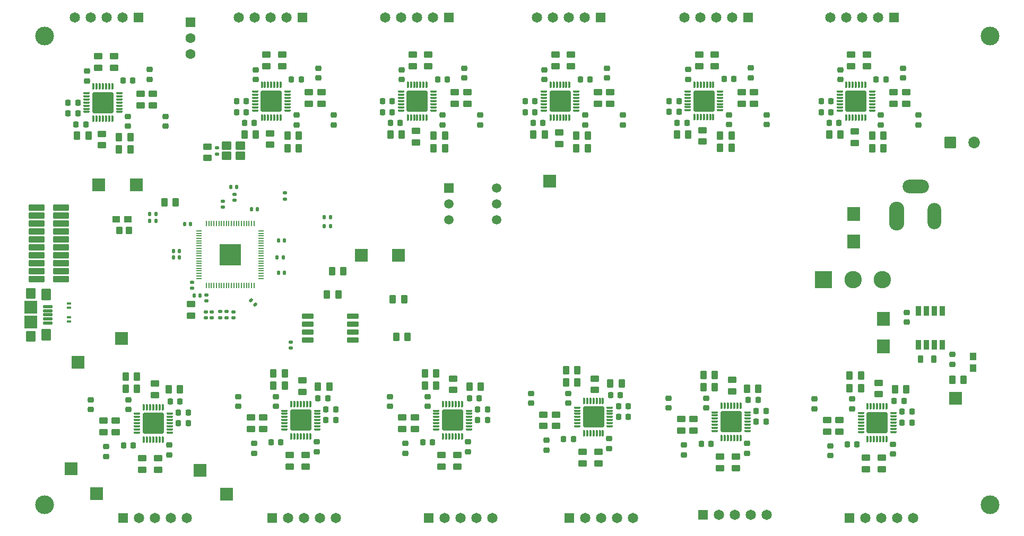
<source format=gts>
G04 #@! TF.GenerationSoftware,KiCad,Pcbnew,9.0.1*
G04 #@! TF.CreationDate,2025-05-20T14:35:32+01:00*
G04 #@! TF.ProjectId,DST,4453542e-6b69-4636-9164-5f7063625858,rev?*
G04 #@! TF.SameCoordinates,Original*
G04 #@! TF.FileFunction,Soldermask,Top*
G04 #@! TF.FilePolarity,Negative*
%FSLAX46Y46*%
G04 Gerber Fmt 4.6, Leading zero omitted, Abs format (unit mm)*
G04 Created by KiCad (PCBNEW 9.0.1) date 2025-05-20 14:35:32*
%MOMM*%
%LPD*%
G01*
G04 APERTURE LIST*
G04 Aperture macros list*
%AMRoundRect*
0 Rectangle with rounded corners*
0 $1 Rounding radius*
0 $2 $3 $4 $5 $6 $7 $8 $9 X,Y pos of 4 corners*
0 Add a 4 corners polygon primitive as box body*
4,1,4,$2,$3,$4,$5,$6,$7,$8,$9,$2,$3,0*
0 Add four circle primitives for the rounded corners*
1,1,$1+$1,$2,$3*
1,1,$1+$1,$4,$5*
1,1,$1+$1,$6,$7*
1,1,$1+$1,$8,$9*
0 Add four rect primitives between the rounded corners*
20,1,$1+$1,$2,$3,$4,$5,0*
20,1,$1+$1,$4,$5,$6,$7,0*
20,1,$1+$1,$6,$7,$8,$9,0*
20,1,$1+$1,$8,$9,$2,$3,0*%
G04 Aperture macros list end*
%ADD10RoundRect,0.225000X-0.250000X0.225000X-0.250000X-0.225000X0.250000X-0.225000X0.250000X0.225000X0*%
%ADD11RoundRect,0.250000X0.450000X-0.262500X0.450000X0.262500X-0.450000X0.262500X-0.450000X-0.262500X0*%
%ADD12RoundRect,0.250000X-0.450000X0.262500X-0.450000X-0.262500X0.450000X-0.262500X0.450000X0.262500X0*%
%ADD13RoundRect,0.250000X0.262500X0.450000X-0.262500X0.450000X-0.262500X-0.450000X0.262500X-0.450000X0*%
%ADD14RoundRect,0.140000X0.140000X0.170000X-0.140000X0.170000X-0.140000X-0.170000X0.140000X-0.170000X0*%
%ADD15RoundRect,0.050000X-0.450000X-0.127000X0.450000X-0.127000X0.450000X0.127000X-0.450000X0.127000X0*%
%ADD16RoundRect,0.050000X-0.127000X-0.450000X0.127000X-0.450000X0.127000X0.450000X-0.127000X0.450000X0*%
%ADD17RoundRect,0.102000X-1.550000X-1.550000X1.550000X-1.550000X1.550000X1.550000X-1.550000X1.550000X0*%
%ADD18RoundRect,0.135000X-0.185000X0.135000X-0.185000X-0.135000X0.185000X-0.135000X0.185000X0.135000X0*%
%ADD19RoundRect,0.225000X0.225000X0.250000X-0.225000X0.250000X-0.225000X-0.250000X0.225000X-0.250000X0*%
%ADD20C,3.000000*%
%ADD21RoundRect,0.225000X0.250000X-0.225000X0.250000X0.225000X-0.250000X0.225000X-0.250000X-0.225000X0*%
%ADD22R,2.150000X2.200000*%
%ADD23RoundRect,0.225000X-0.225000X-0.250000X0.225000X-0.250000X0.225000X0.250000X-0.225000X0.250000X0*%
%ADD24RoundRect,0.050000X0.350000X0.050000X-0.350000X0.050000X-0.350000X-0.050000X0.350000X-0.050000X0*%
%ADD25RoundRect,0.050000X0.050000X0.350000X-0.050000X0.350000X-0.050000X-0.350000X0.050000X-0.350000X0*%
%ADD26R,3.400000X3.400000*%
%ADD27RoundRect,0.140000X-0.170000X0.140000X-0.170000X-0.140000X0.170000X-0.140000X0.170000X0.140000X0*%
%ADD28R,1.650000X1.650000*%
%ADD29C,1.650000*%
%ADD30RoundRect,0.250000X-0.262500X-0.450000X0.262500X-0.450000X0.262500X0.450000X-0.262500X0.450000X0*%
%ADD31RoundRect,0.140000X0.170000X-0.140000X0.170000X0.140000X-0.170000X0.140000X-0.170000X-0.140000X0*%
%ADD32RoundRect,0.050000X0.450000X0.127000X-0.450000X0.127000X-0.450000X-0.127000X0.450000X-0.127000X0*%
%ADD33RoundRect,0.050000X0.127000X0.450000X-0.127000X0.450000X-0.127000X-0.450000X0.127000X-0.450000X0*%
%ADD34RoundRect,0.102000X1.550000X1.550000X-1.550000X1.550000X-1.550000X-1.550000X1.550000X-1.550000X0*%
%ADD35RoundRect,0.218750X-0.218750X-0.381250X0.218750X-0.381250X0.218750X0.381250X-0.218750X0.381250X0*%
%ADD36RoundRect,0.140000X-0.140000X-0.170000X0.140000X-0.170000X0.140000X0.170000X-0.140000X0.170000X0*%
%ADD37R,1.200000X1.050000*%
%ADD38RoundRect,0.135000X-0.135000X-0.185000X0.135000X-0.185000X0.135000X0.185000X-0.135000X0.185000X0*%
%ADD39RoundRect,0.098000X0.809000X0.294000X-0.809000X0.294000X-0.809000X-0.294000X0.809000X-0.294000X0*%
%ADD40O,2.404000X4.604000*%
%ADD41O,2.204000X4.204000*%
%ADD42O,4.204000X2.204000*%
%ADD43RoundRect,0.135000X0.135000X0.185000X-0.135000X0.185000X-0.135000X-0.185000X0.135000X-0.185000X0*%
%ADD44R,2.000000X2.000000*%
%ADD45RoundRect,0.102000X0.700000X0.550000X-0.700000X0.550000X-0.700000X-0.550000X0.700000X-0.550000X0*%
%ADD46R,0.700000X0.400000*%
%ADD47R,1.050000X1.200000*%
%ADD48RoundRect,0.140000X0.219203X0.021213X0.021213X0.219203X-0.219203X-0.021213X-0.021213X-0.219203X0*%
%ADD49RoundRect,0.102000X-0.699000X0.699000X-0.699000X-0.699000X0.699000X-0.699000X0.699000X0.699000X0*%
%ADD50C,1.602000*%
%ADD51RoundRect,0.147500X0.172500X-0.147500X0.172500X0.147500X-0.172500X0.147500X-0.172500X-0.147500X0*%
%ADD52R,1.509000X1.509000*%
%ADD53C,1.509000*%
%ADD54RoundRect,0.102000X-1.200000X0.380000X-1.200000X-0.380000X1.200000X-0.380000X1.200000X0.380000X0*%
%ADD55RoundRect,0.050000X-0.675000X0.200000X-0.675000X-0.200000X0.675000X-0.200000X0.675000X0.200000X0*%
%ADD56RoundRect,0.102000X-0.700000X0.800000X-0.700000X-0.800000X0.700000X-0.800000X0.700000X0.800000X0*%
%ADD57RoundRect,0.102000X-0.650000X0.725000X-0.650000X-0.725000X0.650000X-0.725000X0.650000X0.725000X0*%
%ADD58RoundRect,0.102000X-0.950000X0.950000X-0.950000X-0.950000X0.950000X-0.950000X0.950000X0.950000X0*%
%ADD59RoundRect,0.102000X-0.400000X-0.500000X0.400000X-0.500000X0.400000X0.500000X-0.400000X0.500000X0*%
%ADD60RoundRect,0.102000X-0.825000X-0.825000X0.825000X-0.825000X0.825000X0.825000X-0.825000X0.825000X0*%
%ADD61C,1.854000*%
%ADD62RoundRect,0.102000X-0.300000X-0.700000X0.300000X-0.700000X0.300000X0.700000X-0.300000X0.700000X0*%
%ADD63R,2.775000X2.775000*%
%ADD64C,2.775000*%
%ADD65RoundRect,0.135000X0.185000X-0.135000X0.185000X0.135000X-0.185000X0.135000X-0.185000X-0.135000X0*%
G04 APERTURE END LIST*
D10*
G04 #@! TO.C,C67*
X210615000Y-59450000D03*
X210615000Y-61000000D03*
G04 #@! TD*
D11*
G04 #@! TO.C,R54*
X227200000Y-71412500D03*
X227200000Y-69587500D03*
G04 #@! TD*
D12*
G04 #@! TO.C,R112*
X115200000Y-63577500D03*
X115200000Y-65402500D03*
G04 #@! TD*
G04 #@! TO.C,R55*
X226615000Y-57337500D03*
X226615000Y-59162500D03*
G04 #@! TD*
G04 #@! TO.C,R96*
X165365000Y-63337500D03*
X165365000Y-65162500D03*
G04 #@! TD*
D13*
G04 #@! TO.C,R58*
X111612500Y-72490000D03*
X109787500Y-72490000D03*
G04 #@! TD*
D14*
G04 #@! TO.C,C107*
X131880000Y-82000000D03*
X130920000Y-82000000D03*
G04 #@! TD*
D13*
G04 #@! TO.C,R86*
X190000000Y-109900000D03*
X188175000Y-109900000D03*
G04 #@! TD*
D10*
G04 #@! TO.C,C6*
X117750000Y-119725000D03*
X117750000Y-121275000D03*
G04 #@! TD*
D15*
G04 #@! TO.C,U10*
X224775000Y-63250000D03*
X224775000Y-63750000D03*
X224775000Y-64250000D03*
X224775000Y-64750000D03*
X224775000Y-65250000D03*
X224775000Y-65750000D03*
X224775000Y-66250000D03*
D16*
X225865000Y-67340000D03*
X226365000Y-67340000D03*
X226865000Y-67340000D03*
X227365000Y-67340000D03*
X227865000Y-67340000D03*
X228365000Y-67340000D03*
X228865000Y-67340000D03*
D15*
X229955000Y-66250000D03*
X229955000Y-65750000D03*
X229955000Y-65250000D03*
X229955000Y-64750000D03*
X229955000Y-64250000D03*
X229955000Y-63750000D03*
X229955000Y-63250000D03*
D16*
X228865000Y-62160000D03*
X228365000Y-62160000D03*
X227865000Y-62160000D03*
X227365000Y-62160000D03*
X226865000Y-62160000D03*
X226365000Y-62160000D03*
X225865000Y-62160000D03*
D17*
X227365000Y-64750000D03*
G04 #@! TD*
D18*
G04 #@! TO.C,R67*
X126900000Y-98390000D03*
X126900000Y-99410000D03*
G04 #@! TD*
D19*
G04 #@! TO.C,C79*
X154640000Y-68250000D03*
X153090000Y-68250000D03*
G04 #@! TD*
D11*
G04 #@! TO.C,R52*
X222750000Y-117563500D03*
X222750000Y-115738500D03*
G04 #@! TD*
D12*
G04 #@! TO.C,R10*
X109250000Y-115837500D03*
X109250000Y-117662500D03*
G04 #@! TD*
D20*
G04 #@! TO.C,REF\u002A\u002A*
X97900000Y-129300000D03*
G04 #@! TD*
D21*
G04 #@! TO.C,C26*
X153000000Y-113525000D03*
X153000000Y-111975000D03*
G04 #@! TD*
D19*
G04 #@! TO.C,C17*
X135570000Y-119250000D03*
X134020000Y-119250000D03*
G04 #@! TD*
D21*
G04 #@! TO.C,C11*
X105250000Y-114025000D03*
X105250000Y-112475000D03*
G04 #@! TD*
D15*
G04 #@! TO.C,U13*
X154775000Y-63250000D03*
X154775000Y-63750000D03*
X154775000Y-64250000D03*
X154775000Y-64750000D03*
X154775000Y-65250000D03*
X154775000Y-65750000D03*
X154775000Y-66250000D03*
D16*
X155865000Y-67340000D03*
X156365000Y-67340000D03*
X156865000Y-67340000D03*
X157365000Y-67340000D03*
X157865000Y-67340000D03*
X158365000Y-67340000D03*
X158865000Y-67340000D03*
D15*
X159955000Y-66250000D03*
X159955000Y-65750000D03*
X159955000Y-65250000D03*
X159955000Y-64750000D03*
X159955000Y-64250000D03*
X159955000Y-63750000D03*
X159955000Y-63250000D03*
D16*
X158865000Y-62160000D03*
X158365000Y-62160000D03*
X157865000Y-62160000D03*
X157365000Y-62160000D03*
X156865000Y-62160000D03*
X156365000Y-62160000D03*
X155865000Y-62160000D03*
D17*
X157365000Y-64750000D03*
G04 #@! TD*
D22*
G04 #@! TO.C,D1*
X231750000Y-103950000D03*
X231750000Y-99550000D03*
G04 #@! TD*
D21*
G04 #@! TO.C,C19*
X131295000Y-121025000D03*
X131295000Y-119475000D03*
G04 #@! TD*
D10*
G04 #@! TO.C,C98*
X117200000Y-67215000D03*
X117200000Y-68765000D03*
G04 #@! TD*
D23*
G04 #@! TO.C,C73*
X183385000Y-61250000D03*
X184935000Y-61250000D03*
G04 #@! TD*
D24*
G04 #@! TO.C,U1*
X132462500Y-93087500D03*
X132462500Y-92687500D03*
X132462500Y-92287500D03*
X132462500Y-91887500D03*
X132462500Y-91487500D03*
X132462500Y-91087500D03*
X132462500Y-90687500D03*
X132462500Y-90287500D03*
X132462500Y-89887500D03*
X132462500Y-89487500D03*
X132462500Y-89087500D03*
X132462500Y-88687500D03*
X132462500Y-88287500D03*
X132462500Y-87887500D03*
X132462500Y-87487500D03*
X132462500Y-87087500D03*
X132462500Y-86687500D03*
X132462500Y-86287500D03*
X132462500Y-85887500D03*
X132462500Y-85487500D03*
D25*
X131312500Y-84337500D03*
X130912500Y-84337500D03*
X130512500Y-84337500D03*
X130112500Y-84337500D03*
X129712500Y-84337500D03*
X129312500Y-84337500D03*
X128912500Y-84337500D03*
X128512500Y-84337500D03*
X128112500Y-84337500D03*
X127712500Y-84337500D03*
X127312500Y-84337500D03*
X126912500Y-84337500D03*
X126512500Y-84337500D03*
X126112500Y-84337500D03*
X125712500Y-84337500D03*
X125312500Y-84337500D03*
X124912500Y-84337500D03*
X124512500Y-84337500D03*
X124112500Y-84337500D03*
X123712500Y-84337500D03*
D24*
X122562500Y-85487500D03*
X122562500Y-85887500D03*
X122562500Y-86287500D03*
X122562500Y-86687500D03*
X122562500Y-87087500D03*
X122562500Y-87487500D03*
X122562500Y-87887500D03*
X122562500Y-88287500D03*
X122562500Y-88687500D03*
X122562500Y-89087500D03*
X122562500Y-89487500D03*
X122562500Y-89887500D03*
X122562500Y-90287500D03*
X122562500Y-90687500D03*
X122562500Y-91087500D03*
X122562500Y-91487500D03*
X122562500Y-91887500D03*
X122562500Y-92287500D03*
X122562500Y-92687500D03*
X122562500Y-93087500D03*
D25*
X123712500Y-94237500D03*
X124112500Y-94237500D03*
X124512500Y-94237500D03*
X124912500Y-94237500D03*
X125312500Y-94237500D03*
X125712500Y-94237500D03*
X126112500Y-94237500D03*
X126512500Y-94237500D03*
X126912500Y-94237500D03*
X127312500Y-94237500D03*
X127712500Y-94237500D03*
X128112500Y-94237500D03*
X128512500Y-94237500D03*
X128912500Y-94237500D03*
X129312500Y-94237500D03*
X129712500Y-94237500D03*
X130112500Y-94237500D03*
X130512500Y-94237500D03*
X130912500Y-94237500D03*
X131312500Y-94237500D03*
D26*
X127512500Y-89287500D03*
G04 #@! TD*
D15*
G04 #@! TO.C,U12*
X177570000Y-63250000D03*
X177570000Y-63750000D03*
X177570000Y-64250000D03*
X177570000Y-64750000D03*
X177570000Y-65250000D03*
X177570000Y-65750000D03*
X177570000Y-66250000D03*
D16*
X178660000Y-67340000D03*
X179160000Y-67340000D03*
X179660000Y-67340000D03*
X180160000Y-67340000D03*
X180660000Y-67340000D03*
X181160000Y-67340000D03*
X181660000Y-67340000D03*
D15*
X182750000Y-66250000D03*
X182750000Y-65750000D03*
X182750000Y-65250000D03*
X182750000Y-64750000D03*
X182750000Y-64250000D03*
X182750000Y-63750000D03*
X182750000Y-63250000D03*
D16*
X181660000Y-62160000D03*
X181160000Y-62160000D03*
X180660000Y-62160000D03*
X180160000Y-62160000D03*
X179660000Y-62160000D03*
X179160000Y-62160000D03*
X178660000Y-62160000D03*
D17*
X180160000Y-64750000D03*
G04 #@! TD*
D27*
G04 #@! TO.C,C3*
X137200000Y-103240000D03*
X137200000Y-104200000D03*
G04 #@! TD*
D11*
G04 #@! TO.C,R25*
X161250000Y-123162500D03*
X161250000Y-121337500D03*
G04 #@! TD*
D13*
G04 #@! TO.C,R92*
X211800000Y-110700000D03*
X209975000Y-110700000D03*
G04 #@! TD*
D28*
G04 #@! TO.C,J5*
X233480000Y-51400000D03*
D29*
X230940000Y-51400000D03*
X228400000Y-51400000D03*
X225860000Y-51400000D03*
X223320000Y-51400000D03*
G04 #@! TD*
D13*
G04 #@! TO.C,R40*
X231777500Y-72250000D03*
X229952500Y-72250000D03*
G04 #@! TD*
D28*
G04 #@! TO.C,J15*
X139080000Y-51400000D03*
D29*
X136540000Y-51400000D03*
X134000000Y-51400000D03*
X131460000Y-51400000D03*
X128920000Y-51400000D03*
G04 #@! TD*
D13*
G04 #@! TO.C,R42*
X207527500Y-72225000D03*
X205702500Y-72225000D03*
G04 #@! TD*
G04 #@! TO.C,R56*
X138482500Y-72250000D03*
X136657500Y-72250000D03*
G04 #@! TD*
D19*
G04 #@! TO.C,C76*
X153365000Y-66500000D03*
X151815000Y-66500000D03*
G04 #@! TD*
D30*
G04 #@! TO.C,R102*
X198787500Y-70100000D03*
X200612500Y-70100000D03*
G04 #@! TD*
D28*
G04 #@! TO.C,J8*
X159160000Y-131400000D03*
D29*
X161700000Y-131400000D03*
X164240000Y-131400000D03*
X166780000Y-131400000D03*
X169320000Y-131400000D03*
G04 #@! TD*
D30*
G04 #@! TO.C,R114*
X129787500Y-70100000D03*
X131612500Y-70100000D03*
G04 #@! TD*
D23*
G04 #@! TO.C,C44*
X234750000Y-114401000D03*
X236300000Y-114401000D03*
G04 #@! TD*
D12*
G04 #@! TO.C,R29*
X157000000Y-115337500D03*
X157000000Y-117162500D03*
G04 #@! TD*
D11*
G04 #@! TO.C,R11*
X107250000Y-117662500D03*
X107250000Y-115837500D03*
G04 #@! TD*
D10*
G04 #@! TO.C,C66*
X213115000Y-66950000D03*
X213115000Y-68500000D03*
G04 #@! TD*
D11*
G04 #@! TO.C,R20*
X130795000Y-117162500D03*
X130795000Y-115337500D03*
G04 #@! TD*
D31*
G04 #@! TO.C,C101*
X128000000Y-99380000D03*
X128000000Y-98420000D03*
G04 #@! TD*
D32*
G04 #@! TO.C,U9*
X233340000Y-117651000D03*
X233340000Y-117151000D03*
X233340000Y-116651000D03*
X233340000Y-116151000D03*
X233340000Y-115651000D03*
X233340000Y-115151000D03*
X233340000Y-114651000D03*
D33*
X232250000Y-113561000D03*
X231750000Y-113561000D03*
X231250000Y-113561000D03*
X230750000Y-113561000D03*
X230250000Y-113561000D03*
X229750000Y-113561000D03*
X229250000Y-113561000D03*
D32*
X228160000Y-114651000D03*
X228160000Y-115151000D03*
X228160000Y-115651000D03*
X228160000Y-116151000D03*
X228160000Y-116651000D03*
X228160000Y-117151000D03*
X228160000Y-117651000D03*
D33*
X229250000Y-118741000D03*
X229750000Y-118741000D03*
X230250000Y-118741000D03*
X230750000Y-118741000D03*
X231250000Y-118741000D03*
X231750000Y-118741000D03*
X232250000Y-118741000D03*
D34*
X230750000Y-116151000D03*
G04 #@! TD*
D10*
G04 #@! TO.C,C59*
X234865000Y-59475000D03*
X234865000Y-61025000D03*
G04 #@! TD*
D35*
G04 #@! TO.C,L2*
X237687500Y-106000000D03*
X239812500Y-106000000D03*
G04 #@! TD*
D27*
G04 #@! TO.C,C111*
X126300000Y-80740000D03*
X126300000Y-81700000D03*
G04 #@! TD*
D15*
G04 #@! TO.C,U14*
X131480000Y-63250000D03*
X131480000Y-63750000D03*
X131480000Y-64250000D03*
X131480000Y-64750000D03*
X131480000Y-65250000D03*
X131480000Y-65750000D03*
X131480000Y-66250000D03*
D16*
X132570000Y-67340000D03*
X133070000Y-67340000D03*
X133570000Y-67340000D03*
X134070000Y-67340000D03*
X134570000Y-67340000D03*
X135070000Y-67340000D03*
X135570000Y-67340000D03*
D15*
X136660000Y-66250000D03*
X136660000Y-65750000D03*
X136660000Y-65250000D03*
X136660000Y-64750000D03*
X136660000Y-64250000D03*
X136660000Y-63750000D03*
X136660000Y-63250000D03*
D16*
X135570000Y-62160000D03*
X135070000Y-62160000D03*
X134570000Y-62160000D03*
X134070000Y-62160000D03*
X133570000Y-62160000D03*
X133070000Y-62160000D03*
X132570000Y-62160000D03*
D17*
X134070000Y-64750000D03*
G04 #@! TD*
D36*
G04 #@! TO.C,C109*
X118440000Y-89700000D03*
X119400000Y-89700000D03*
G04 #@! TD*
D37*
G04 #@! TO.C,LED1*
X111200000Y-83600000D03*
X109300000Y-83600000D03*
G04 #@! TD*
D32*
G04 #@! TO.C,U8*
X210045000Y-117500000D03*
X210045000Y-117000000D03*
X210045000Y-116500000D03*
X210045000Y-116000000D03*
X210045000Y-115500000D03*
X210045000Y-115000000D03*
X210045000Y-114500000D03*
D33*
X208955000Y-113410000D03*
X208455000Y-113410000D03*
X207955000Y-113410000D03*
X207455000Y-113410000D03*
X206955000Y-113410000D03*
X206455000Y-113410000D03*
X205955000Y-113410000D03*
D32*
X204865000Y-114500000D03*
X204865000Y-115000000D03*
X204865000Y-115500000D03*
X204865000Y-116000000D03*
X204865000Y-116500000D03*
X204865000Y-117000000D03*
X204865000Y-117500000D03*
D33*
X205955000Y-118590000D03*
X206455000Y-118590000D03*
X206955000Y-118590000D03*
X207455000Y-118590000D03*
X207955000Y-118590000D03*
X208455000Y-118590000D03*
X208955000Y-118590000D03*
D34*
X207455000Y-116000000D03*
G04 #@! TD*
D19*
G04 #@! TO.C,C55*
X224640000Y-68250000D03*
X223090000Y-68250000D03*
G04 #@! TD*
D12*
G04 #@! TO.C,R22*
X163100000Y-109087500D03*
X163100000Y-110912500D03*
G04 #@! TD*
G04 #@! TO.C,R37*
X179500000Y-114837500D03*
X179500000Y-116662500D03*
G04 #@! TD*
D38*
G04 #@! TO.C,R73*
X142500000Y-84700000D03*
X143520000Y-84700000D03*
G04 #@! TD*
D10*
G04 #@! TO.C,C88*
X138070000Y-66975000D03*
X138070000Y-68525000D03*
G04 #@! TD*
D13*
G04 #@! TO.C,R51*
X228162500Y-110651000D03*
X226337500Y-110651000D03*
G04 #@! TD*
D39*
G04 #@! TO.C,U3*
X147105000Y-102905000D03*
X147105000Y-101635000D03*
X147105000Y-100365000D03*
X147105000Y-99095000D03*
X139895000Y-99095000D03*
X139895000Y-100365000D03*
X139895000Y-101635000D03*
X139895000Y-102905000D03*
G04 #@! TD*
D13*
G04 #@! TO.C,R76*
X155812500Y-102400000D03*
X153987500Y-102400000D03*
G04 #@! TD*
D10*
G04 #@! TO.C,C75*
X187660000Y-59475000D03*
X187660000Y-61025000D03*
G04 #@! TD*
D11*
G04 #@! TO.C,R98*
X133900000Y-71712500D03*
X133900000Y-69887500D03*
G04 #@! TD*
D21*
G04 #@! TO.C,C10*
X111250000Y-114025000D03*
X111250000Y-112475000D03*
G04 #@! TD*
D40*
G04 #@! TO.C,J13*
X233900000Y-83100000D03*
D41*
X239900000Y-83100000D03*
D42*
X236900000Y-78400000D03*
G04 #@! TD*
D13*
G04 #@! TO.C,R27*
X160412500Y-110250000D03*
X158587500Y-110250000D03*
G04 #@! TD*
D23*
G04 #@! TO.C,C89*
X137295000Y-61250000D03*
X138845000Y-61250000D03*
G04 #@! TD*
G04 #@! TO.C,C93*
X101650000Y-64990000D03*
X103200000Y-64990000D03*
G04 #@! TD*
G04 #@! TO.C,C97*
X110425000Y-61490000D03*
X111975000Y-61490000D03*
G04 #@! TD*
D43*
G04 #@! TO.C,R80*
X115710000Y-82800000D03*
X114690000Y-82800000D03*
G04 #@! TD*
D28*
G04 #@! TO.C,J4*
X110420000Y-131400000D03*
D29*
X112960000Y-131400000D03*
X115500000Y-131400000D03*
X118040000Y-131400000D03*
X120580000Y-131400000D03*
G04 #@! TD*
D19*
G04 #@! TO.C,C25*
X159775000Y-119250000D03*
X158225000Y-119250000D03*
G04 #@! TD*
D21*
G04 #@! TO.C,C35*
X178000000Y-120525000D03*
X178000000Y-118975000D03*
G04 #@! TD*
D19*
G04 #@! TO.C,C63*
X200390000Y-68225000D03*
X198840000Y-68225000D03*
G04 #@! TD*
D23*
G04 #@! TO.C,C12*
X142795000Y-114000000D03*
X144345000Y-114000000D03*
G04 #@! TD*
D21*
G04 #@! TO.C,C34*
X175500000Y-113025000D03*
X175500000Y-111475000D03*
G04 #@! TD*
D30*
G04 #@! TO.C,R77*
X153475000Y-96400000D03*
X155300000Y-96400000D03*
G04 #@! TD*
D23*
G04 #@! TO.C,C61*
X197565000Y-64725000D03*
X199115000Y-64725000D03*
G04 #@! TD*
D28*
G04 #@! TO.C,J16*
X226320000Y-131400000D03*
D29*
X228860000Y-131400000D03*
X231400000Y-131400000D03*
X233940000Y-131400000D03*
X236480000Y-131400000D03*
G04 #@! TD*
D20*
G04 #@! TO.C,REF\u002A\u002A*
X248800000Y-129300000D03*
G04 #@! TD*
D44*
G04 #@! TO.C,TP11*
X126900000Y-127600000D03*
G04 #@! TD*
G04 #@! TO.C,SW2*
X106500000Y-78100000D03*
X112500000Y-78100000D03*
G04 #@! TD*
D31*
G04 #@! TO.C,C112*
X123600000Y-99380000D03*
X123600000Y-98420000D03*
G04 #@! TD*
D19*
G04 #@! TO.C,C8*
X112025000Y-119750000D03*
X110475000Y-119750000D03*
G04 #@! TD*
G04 #@! TO.C,C52*
X223365000Y-66500000D03*
X221815000Y-66500000D03*
G04 #@! TD*
D11*
G04 #@! TO.C,R17*
X137045000Y-123162500D03*
X137045000Y-121337500D03*
G04 #@! TD*
D36*
G04 #@! TO.C,C103*
X120220000Y-84400000D03*
X121180000Y-84400000D03*
G04 #@! TD*
D19*
G04 #@! TO.C,C49*
X227525000Y-119651000D03*
X225975000Y-119651000D03*
G04 #@! TD*
D23*
G04 #@! TO.C,C1*
X117975000Y-112750000D03*
X119525000Y-112750000D03*
G04 #@! TD*
D21*
G04 #@! TO.C,C43*
X199955000Y-121275000D03*
X199955000Y-119725000D03*
G04 #@! TD*
G04 #@! TO.C,C50*
X220750000Y-113926000D03*
X220750000Y-112376000D03*
G04 #@! TD*
D19*
G04 #@! TO.C,C68*
X176160000Y-66500000D03*
X174610000Y-66500000D03*
G04 #@! TD*
D30*
G04 #@! TO.C,R26*
X181087500Y-107750000D03*
X182912500Y-107750000D03*
G04 #@! TD*
D21*
G04 #@! TO.C,C86*
X131570000Y-61275000D03*
X131570000Y-59725000D03*
G04 #@! TD*
D22*
G04 #@! TO.C,D2*
X227000000Y-87150000D03*
X227000000Y-82750000D03*
G04 #@! TD*
D13*
G04 #@! TO.C,R48*
X184572500Y-72250000D03*
X182747500Y-72250000D03*
G04 #@! TD*
D10*
G04 #@! TO.C,C56*
X231365000Y-66975000D03*
X231365000Y-68525000D03*
G04 #@! TD*
D36*
G04 #@! TO.C,C114*
X121740000Y-95800000D03*
X122700000Y-95800000D03*
G04 #@! TD*
D12*
G04 #@! TO.C,R45*
X201455000Y-115587500D03*
X201455000Y-117412500D03*
G04 #@! TD*
D13*
G04 #@! TO.C,R43*
X204867500Y-110500000D03*
X203042500Y-110500000D03*
G04 #@! TD*
D23*
G04 #@! TO.C,C36*
X211455000Y-114250000D03*
X213005000Y-114250000D03*
G04 #@! TD*
D21*
G04 #@! TO.C,C16*
X134795000Y-113525000D03*
X134795000Y-111975000D03*
G04 #@! TD*
D30*
G04 #@! TO.C,R110*
X153087500Y-70100000D03*
X154912500Y-70100000D03*
G04 #@! TD*
D11*
G04 #@! TO.C,R70*
X121300000Y-99025000D03*
X121300000Y-97200000D03*
G04 #@! TD*
D45*
G04 #@! TO.C,U2*
X129100000Y-73500000D03*
X129100000Y-71900000D03*
X126900000Y-71900000D03*
X126900000Y-73500000D03*
G04 #@! TD*
D31*
G04 #@! TO.C,C113*
X124600000Y-99380000D03*
X124600000Y-98420000D03*
G04 #@! TD*
D46*
G04 #@! TO.C,D3*
X101800000Y-97800000D03*
X101800000Y-97100000D03*
G04 #@! TD*
D12*
G04 #@! TO.C,R72*
X211115000Y-63312500D03*
X211115000Y-65137500D03*
G04 #@! TD*
D21*
G04 #@! TO.C,C116*
X242750000Y-106800000D03*
X242750000Y-105250000D03*
G04 #@! TD*
D28*
G04 #@! TO.C,J11*
X162380000Y-51400000D03*
D29*
X159840000Y-51400000D03*
X157300000Y-51400000D03*
X154760000Y-51400000D03*
X152220000Y-51400000D03*
G04 #@! TD*
D47*
G04 #@! TO.C,LED2*
X246100000Y-107450000D03*
X246100000Y-105550000D03*
G04 #@! TD*
D21*
G04 #@! TO.C,C27*
X155500000Y-121025000D03*
X155500000Y-119475000D03*
G04 #@! TD*
D10*
G04 #@! TO.C,C22*
X165500000Y-119225000D03*
X165500000Y-120775000D03*
G04 #@! TD*
D21*
G04 #@! TO.C,C70*
X177660000Y-61275000D03*
X177660000Y-59725000D03*
G04 #@! TD*
D11*
G04 #@! TO.C,R90*
X157200000Y-71325000D03*
X157200000Y-69500000D03*
G04 #@! TD*
D10*
G04 #@! TO.C,C14*
X141295000Y-119225000D03*
X141295000Y-120775000D03*
G04 #@! TD*
D12*
G04 #@! TO.C,R107*
X106450000Y-57577500D03*
X106450000Y-59402500D03*
G04 #@! TD*
D44*
G04 #@! TO.C,TP12*
X122700000Y-123800000D03*
G04 #@! TD*
G04 #@! TO.C,TP2*
X110200000Y-102700000D03*
G04 #@! TD*
D23*
G04 #@! TO.C,C81*
X160590000Y-61250000D03*
X162140000Y-61250000D03*
G04 #@! TD*
D10*
G04 #@! TO.C,C96*
X111200000Y-67215000D03*
X111200000Y-68765000D03*
G04 #@! TD*
D32*
G04 #@! TO.C,U5*
X141385000Y-117250000D03*
X141385000Y-116750000D03*
X141385000Y-116250000D03*
X141385000Y-115750000D03*
X141385000Y-115250000D03*
X141385000Y-114750000D03*
X141385000Y-114250000D03*
D33*
X140295000Y-113160000D03*
X139795000Y-113160000D03*
X139295000Y-113160000D03*
X138795000Y-113160000D03*
X138295000Y-113160000D03*
X137795000Y-113160000D03*
X137295000Y-113160000D03*
D32*
X136205000Y-114250000D03*
X136205000Y-114750000D03*
X136205000Y-115250000D03*
X136205000Y-115750000D03*
X136205000Y-116250000D03*
X136205000Y-116750000D03*
X136205000Y-117250000D03*
D33*
X137295000Y-118340000D03*
X137795000Y-118340000D03*
X138295000Y-118340000D03*
X138795000Y-118340000D03*
X139295000Y-118340000D03*
X139795000Y-118340000D03*
X140295000Y-118340000D03*
D34*
X138795000Y-115750000D03*
G04 #@! TD*
D12*
G04 #@! TO.C,R85*
X181910000Y-57337500D03*
X181910000Y-59162500D03*
G04 #@! TD*
D30*
G04 #@! TO.C,R87*
X182747500Y-70250000D03*
X184572500Y-70250000D03*
G04 #@! TD*
D21*
G04 #@! TO.C,C78*
X154865000Y-61275000D03*
X154865000Y-59725000D03*
G04 #@! TD*
D30*
G04 #@! TO.C,R32*
X203042500Y-108500000D03*
X204867500Y-108500000D03*
G04 #@! TD*
D44*
G04 #@! TO.C,SW1*
X154400000Y-89400000D03*
X148400000Y-89400000D03*
G04 #@! TD*
D11*
G04 #@! TO.C,R89*
X186160000Y-65162500D03*
X186160000Y-63337500D03*
G04 #@! TD*
D21*
G04 #@! TO.C,C40*
X203455000Y-113775000D03*
X203455000Y-112225000D03*
G04 #@! TD*
D12*
G04 #@! TO.C,R101*
X135820000Y-57337500D03*
X135820000Y-59162500D03*
G04 #@! TD*
D15*
G04 #@! TO.C,U15*
X104610000Y-63490000D03*
X104610000Y-63990000D03*
X104610000Y-64490000D03*
X104610000Y-64990000D03*
X104610000Y-65490000D03*
X104610000Y-65990000D03*
X104610000Y-66490000D03*
D16*
X105700000Y-67580000D03*
X106200000Y-67580000D03*
X106700000Y-67580000D03*
X107200000Y-67580000D03*
X107700000Y-67580000D03*
X108200000Y-67580000D03*
X108700000Y-67580000D03*
D15*
X109790000Y-66490000D03*
X109790000Y-65990000D03*
X109790000Y-65490000D03*
X109790000Y-64990000D03*
X109790000Y-64490000D03*
X109790000Y-63990000D03*
X109790000Y-63490000D03*
D16*
X108700000Y-62400000D03*
X108200000Y-62400000D03*
X107700000Y-62400000D03*
X107200000Y-62400000D03*
X106700000Y-62400000D03*
X106200000Y-62400000D03*
X105700000Y-62400000D03*
D17*
X107200000Y-64990000D03*
G04 #@! TD*
D11*
G04 #@! TO.C,R9*
X113500000Y-123662500D03*
X113500000Y-121837500D03*
G04 #@! TD*
D19*
G04 #@! TO.C,C37*
X213005000Y-116000000D03*
X211455000Y-116000000D03*
G04 #@! TD*
D30*
G04 #@! TO.C,R71*
X205702500Y-70225000D03*
X207527500Y-70225000D03*
G04 #@! TD*
D36*
G04 #@! TO.C,C104*
X118440000Y-88700000D03*
X119400000Y-88700000D03*
G04 #@! TD*
D21*
G04 #@! TO.C,C24*
X159000000Y-113525000D03*
X159000000Y-111975000D03*
G04 #@! TD*
D11*
G04 #@! TO.C,R97*
X163365000Y-65162500D03*
X163365000Y-63337500D03*
G04 #@! TD*
D44*
G04 #@! TO.C,TP10*
X102100000Y-123500000D03*
G04 #@! TD*
D23*
G04 #@! TO.C,C69*
X174610000Y-64750000D03*
X176160000Y-64750000D03*
G04 #@! TD*
D13*
G04 #@! TO.C,R94*
X235412500Y-110800000D03*
X233587500Y-110800000D03*
G04 #@! TD*
D11*
G04 #@! TO.C,R62*
X202900000Y-71212500D03*
X202900000Y-69387500D03*
G04 #@! TD*
D44*
G04 #@! TO.C,TP3*
X103200000Y-106500000D03*
G04 #@! TD*
D19*
G04 #@! TO.C,C60*
X199115000Y-66475000D03*
X197565000Y-66475000D03*
G04 #@! TD*
D48*
G04 #@! TO.C,C106*
X131478822Y-97278822D03*
X130800000Y-96600000D03*
G04 #@! TD*
D21*
G04 #@! TO.C,C7*
X107750000Y-121525000D03*
X107750000Y-119975000D03*
G04 #@! TD*
D12*
G04 #@! TO.C,R53*
X224750000Y-115738500D03*
X224750000Y-117563500D03*
G04 #@! TD*
D11*
G04 #@! TO.C,R33*
X183750000Y-122662500D03*
X183750000Y-120837500D03*
G04 #@! TD*
D30*
G04 #@! TO.C,R111*
X109787500Y-70490000D03*
X111612500Y-70490000D03*
G04 #@! TD*
D49*
G04 #@! TO.C,J2*
X121137500Y-52160000D03*
D50*
X121137500Y-54700000D03*
X121137500Y-57240000D03*
G04 #@! TD*
D12*
G04 #@! TO.C,R93*
X159115000Y-57337500D03*
X159115000Y-59162500D03*
G04 #@! TD*
D14*
G04 #@! TO.C,C2*
X128580000Y-78500000D03*
X127620000Y-78500000D03*
G04 #@! TD*
D44*
G04 #@! TO.C,TP8*
X178500000Y-77500000D03*
G04 #@! TD*
D11*
G04 #@! TO.C,R44*
X199455000Y-117412500D03*
X199455000Y-115587500D03*
G04 #@! TD*
D18*
G04 #@! TO.C,R68*
X125900000Y-98400000D03*
X125900000Y-99420000D03*
G04 #@! TD*
D23*
G04 #@! TO.C,C28*
X189500000Y-113500000D03*
X191050000Y-113500000D03*
G04 #@! TD*
D11*
G04 #@! TO.C,R39*
X208205000Y-123412500D03*
X208205000Y-121587500D03*
G04 #@! TD*
D28*
G04 #@! TO.C,J7*
X210200000Y-51400000D03*
D29*
X207660000Y-51400000D03*
X205120000Y-51400000D03*
X202580000Y-51400000D03*
X200040000Y-51400000D03*
G04 #@! TD*
D10*
G04 #@! TO.C,C80*
X161365000Y-66975000D03*
X161365000Y-68525000D03*
G04 #@! TD*
D30*
G04 #@! TO.C,R79*
X242750000Y-109250000D03*
X244575000Y-109250000D03*
G04 #@! TD*
D19*
G04 #@! TO.C,C45*
X236300000Y-116151000D03*
X234750000Y-116151000D03*
G04 #@! TD*
D30*
G04 #@! TO.C,R34*
X226337500Y-108651000D03*
X228162500Y-108651000D03*
G04 #@! TD*
D46*
G04 #@! TO.C,D4*
X101800000Y-99300000D03*
X101800000Y-100000000D03*
G04 #@! TD*
D11*
G04 #@! TO.C,R113*
X113200000Y-65402500D03*
X113200000Y-63577500D03*
G04 #@! TD*
D10*
G04 #@! TO.C,C90*
X144070000Y-66975000D03*
X144070000Y-68525000D03*
G04 #@! TD*
D44*
G04 #@! TO.C,TP9*
X106200000Y-127500000D03*
G04 #@! TD*
D12*
G04 #@! TO.C,R57*
X229115000Y-57337500D03*
X229115000Y-59162500D03*
G04 #@! TD*
D21*
G04 #@! TO.C,C32*
X181500000Y-113025000D03*
X181500000Y-111475000D03*
G04 #@! TD*
D11*
G04 #@! TO.C,R78*
X209115000Y-65137500D03*
X209115000Y-63312500D03*
G04 #@! TD*
D23*
G04 #@! TO.C,C57*
X230590000Y-61250000D03*
X232140000Y-61250000D03*
G04 #@! TD*
D21*
G04 #@! TO.C,C54*
X224865000Y-61275000D03*
X224865000Y-59725000D03*
G04 #@! TD*
D30*
G04 #@! TO.C,R100*
X223100000Y-70100000D03*
X224925000Y-70100000D03*
G04 #@! TD*
D21*
G04 #@! TO.C,C94*
X104700000Y-61515000D03*
X104700000Y-59965000D03*
G04 #@! TD*
D19*
G04 #@! TO.C,C21*
X168550000Y-115750000D03*
X167000000Y-115750000D03*
G04 #@! TD*
D23*
G04 #@! TO.C,C47*
X233475000Y-112651000D03*
X235025000Y-112651000D03*
G04 #@! TD*
D20*
G04 #@! TO.C,REF\u002A\u002A*
X248800000Y-54300000D03*
G04 #@! TD*
D11*
G04 #@! TO.C,R36*
X177500000Y-116662500D03*
X177500000Y-114837500D03*
G04 #@! TD*
D23*
G04 #@! TO.C,C31*
X188225000Y-111750000D03*
X189775000Y-111750000D03*
G04 #@! TD*
D19*
G04 #@! TO.C,C33*
X182275000Y-118750000D03*
X180725000Y-118750000D03*
G04 #@! TD*
D23*
G04 #@! TO.C,C20*
X167000000Y-114000000D03*
X168550000Y-114000000D03*
G04 #@! TD*
D30*
G04 #@! TO.C,R59*
X229952500Y-70250000D03*
X231777500Y-70250000D03*
G04 #@! TD*
D27*
G04 #@! TO.C,C108*
X128200000Y-79620000D03*
X128200000Y-80580000D03*
G04 #@! TD*
D19*
G04 #@! TO.C,C87*
X131345000Y-68250000D03*
X129795000Y-68250000D03*
G04 #@! TD*
D13*
G04 #@! TO.C,R19*
X136207500Y-110250000D03*
X134382500Y-110250000D03*
G04 #@! TD*
G04 #@! TO.C,R6*
X112662500Y-110750000D03*
X110837500Y-110750000D03*
G04 #@! TD*
D10*
G04 #@! TO.C,C46*
X233250000Y-119626000D03*
X233250000Y-121176000D03*
G04 #@! TD*
D19*
G04 #@! TO.C,C5*
X120800000Y-116250000D03*
X119250000Y-116250000D03*
G04 #@! TD*
D14*
G04 #@! TO.C,C102*
X136180000Y-92200000D03*
X135220000Y-92200000D03*
G04 #@! TD*
D11*
G04 #@! TO.C,R8*
X116000000Y-123662500D03*
X116000000Y-121837500D03*
G04 #@! TD*
D10*
G04 #@! TO.C,C72*
X184160000Y-66975000D03*
X184160000Y-68525000D03*
G04 #@! TD*
D30*
G04 #@! TO.C,R108*
X175887500Y-70100000D03*
X177712500Y-70100000D03*
G04 #@! TD*
G04 #@! TO.C,R103*
X136657500Y-70250000D03*
X138482500Y-70250000D03*
G04 #@! TD*
G04 #@! TO.C,R16*
X110837500Y-108750000D03*
X112662500Y-108750000D03*
G04 #@! TD*
D23*
G04 #@! TO.C,C9*
X119250000Y-114500000D03*
X120800000Y-114500000D03*
G04 #@! TD*
D51*
G04 #@! TO.C,L1*
X123700000Y-96685000D03*
X123700000Y-95715000D03*
G04 #@! TD*
D12*
G04 #@! TO.C,R63*
X202365000Y-57312500D03*
X202365000Y-59137500D03*
G04 #@! TD*
D13*
G04 #@! TO.C,R64*
X119512500Y-110800000D03*
X117687500Y-110800000D03*
G04 #@! TD*
D44*
G04 #@! TO.C,TP1*
X243250000Y-112250000D03*
G04 #@! TD*
D52*
G04 #@! TO.C,S1*
X162400000Y-78620000D03*
D53*
X170020000Y-78620000D03*
X162400000Y-81160000D03*
X170020000Y-81160000D03*
X162400000Y-83700000D03*
X170020000Y-83700000D03*
G04 #@! TD*
D23*
G04 #@! TO.C,C15*
X141520000Y-112250000D03*
X143070000Y-112250000D03*
G04 #@! TD*
D12*
G04 #@! TO.C,R83*
X179410000Y-57337500D03*
X179410000Y-59162500D03*
G04 #@! TD*
D10*
G04 #@! TO.C,C64*
X207115000Y-66950000D03*
X207115000Y-68500000D03*
G04 #@! TD*
D23*
G04 #@! TO.C,C77*
X151815000Y-64750000D03*
X153365000Y-64750000D03*
G04 #@! TD*
D12*
G04 #@! TO.C,R69*
X123902000Y-72012500D03*
X123902000Y-73837500D03*
G04 #@! TD*
D21*
G04 #@! TO.C,C48*
X226750000Y-113926000D03*
X226750000Y-112376000D03*
G04 #@! TD*
D19*
G04 #@! TO.C,C29*
X191050000Y-115250000D03*
X189500000Y-115250000D03*
G04 #@! TD*
D31*
G04 #@! TO.C,C4*
X125377000Y-73180000D03*
X125377000Y-72220000D03*
G04 #@! TD*
D19*
G04 #@! TO.C,C92*
X103200000Y-66740000D03*
X101650000Y-66740000D03*
G04 #@! TD*
D21*
G04 #@! TO.C,C51*
X223250000Y-121426000D03*
X223250000Y-119876000D03*
G04 #@! TD*
D28*
G04 #@! TO.C,J12*
X202980000Y-130900000D03*
D29*
X205520000Y-130900000D03*
X208060000Y-130900000D03*
X210600000Y-130900000D03*
X213140000Y-130900000D03*
G04 #@! TD*
D12*
G04 #@! TO.C,R109*
X108950000Y-57577500D03*
X108950000Y-59402500D03*
G04 #@! TD*
D10*
G04 #@! TO.C,C82*
X167365000Y-66975000D03*
X167365000Y-68525000D03*
G04 #@! TD*
D13*
G04 #@! TO.C,R50*
X161777500Y-72250000D03*
X159952500Y-72250000D03*
G04 #@! TD*
D10*
G04 #@! TO.C,C58*
X237365000Y-66975000D03*
X237365000Y-68525000D03*
G04 #@! TD*
D54*
G04 #@! TO.C,J3*
X96600000Y-81772500D03*
X100500000Y-81772500D03*
X96600000Y-83042500D03*
X100500000Y-83042500D03*
X96600000Y-84312500D03*
X100500000Y-84312500D03*
X96600000Y-85582500D03*
X100500000Y-85582500D03*
X96600000Y-86852500D03*
X100500000Y-86852500D03*
X96600000Y-88122500D03*
X100500000Y-88122500D03*
X96600000Y-89392500D03*
X100500000Y-89392500D03*
X96600000Y-90662500D03*
X100500000Y-90662500D03*
X96600000Y-91932500D03*
X100500000Y-91932500D03*
X96600000Y-93202500D03*
X100500000Y-93202500D03*
G04 #@! TD*
D11*
G04 #@! TO.C,R49*
X229000000Y-123563500D03*
X229000000Y-121738500D03*
G04 #@! TD*
D30*
G04 #@! TO.C,R24*
X158587500Y-108250000D03*
X160412500Y-108250000D03*
G04 #@! TD*
D12*
G04 #@! TO.C,R30*
X185700000Y-109087500D03*
X185700000Y-110912500D03*
G04 #@! TD*
D55*
G04 #@! TO.C,J14*
X98400000Y-97600000D03*
X98400000Y-98250000D03*
X98400000Y-98900000D03*
X98400000Y-99550000D03*
X98400000Y-100200000D03*
D56*
X98175000Y-95700000D03*
X98175000Y-102100000D03*
D57*
X95725000Y-102325000D03*
D58*
X95725000Y-100100000D03*
X95725000Y-97700000D03*
D57*
X95725000Y-95475000D03*
G04 #@! TD*
D14*
G04 #@! TO.C,C100*
X136180000Y-87000000D03*
X135220000Y-87000000D03*
G04 #@! TD*
D20*
G04 #@! TO.C,REF\u002A\u002A*
X97900000Y-54300000D03*
G04 #@! TD*
D10*
G04 #@! TO.C,C99*
X114700000Y-59715000D03*
X114700000Y-61265000D03*
G04 #@! TD*
D21*
G04 #@! TO.C,C18*
X128795000Y-113525000D03*
X128795000Y-111975000D03*
G04 #@! TD*
D11*
G04 #@! TO.C,R23*
X163750000Y-123162500D03*
X163750000Y-121337500D03*
G04 #@! TD*
D12*
G04 #@! TO.C,R21*
X132795000Y-115337500D03*
X132795000Y-117162500D03*
G04 #@! TD*
D11*
G04 #@! TO.C,R81*
X180000000Y-71612500D03*
X180000000Y-69787500D03*
G04 #@! TD*
D12*
G04 #@! TO.C,R46*
X231000000Y-109787500D03*
X231000000Y-111612500D03*
G04 #@! TD*
D43*
G04 #@! TO.C,R82*
X115710000Y-83900000D03*
X114690000Y-83900000D03*
G04 #@! TD*
D10*
G04 #@! TO.C,C38*
X209955000Y-119475000D03*
X209955000Y-121025000D03*
G04 #@! TD*
D11*
G04 #@! TO.C,R61*
X233365000Y-65162500D03*
X233365000Y-63337500D03*
G04 #@! TD*
D28*
G04 #@! TO.C,J9*
X186620000Y-51400000D03*
D29*
X184080000Y-51400000D03*
X181540000Y-51400000D03*
X179000000Y-51400000D03*
X176460000Y-51400000D03*
G04 #@! TD*
D28*
G04 #@! TO.C,J17*
X112880000Y-51400000D03*
D29*
X110340000Y-51400000D03*
X107800000Y-51400000D03*
X105260000Y-51400000D03*
X102720000Y-51400000D03*
G04 #@! TD*
D13*
G04 #@! TO.C,R84*
X167512500Y-110400000D03*
X165687500Y-110400000D03*
G04 #@! TD*
D14*
G04 #@! TO.C,C110*
X135980000Y-89700000D03*
X135020000Y-89700000D03*
G04 #@! TD*
D21*
G04 #@! TO.C,C115*
X235500000Y-100050000D03*
X235500000Y-98500000D03*
G04 #@! TD*
D19*
G04 #@! TO.C,C71*
X177435000Y-68250000D03*
X175885000Y-68250000D03*
G04 #@! TD*
D11*
G04 #@! TO.C,R105*
X140070000Y-65162500D03*
X140070000Y-63337500D03*
G04 #@! TD*
D30*
G04 #@! TO.C,R5*
X116987500Y-80900000D03*
X118812500Y-80900000D03*
G04 #@! TD*
D23*
G04 #@! TO.C,C39*
X210180000Y-112500000D03*
X211730000Y-112500000D03*
G04 #@! TD*
D32*
G04 #@! TO.C,U7*
X188090000Y-116750000D03*
X188090000Y-116250000D03*
X188090000Y-115750000D03*
X188090000Y-115250000D03*
X188090000Y-114750000D03*
X188090000Y-114250000D03*
X188090000Y-113750000D03*
D33*
X187000000Y-112660000D03*
X186500000Y-112660000D03*
X186000000Y-112660000D03*
X185500000Y-112660000D03*
X185000000Y-112660000D03*
X184500000Y-112660000D03*
X184000000Y-112660000D03*
D32*
X182910000Y-113750000D03*
X182910000Y-114250000D03*
X182910000Y-114750000D03*
X182910000Y-115250000D03*
X182910000Y-115750000D03*
X182910000Y-116250000D03*
X182910000Y-116750000D03*
D33*
X184000000Y-117840000D03*
X184500000Y-117840000D03*
X185000000Y-117840000D03*
X185500000Y-117840000D03*
X186000000Y-117840000D03*
X186500000Y-117840000D03*
X187000000Y-117840000D03*
D34*
X185500000Y-115250000D03*
G04 #@! TD*
D12*
G04 #@! TO.C,R65*
X204865000Y-57312500D03*
X204865000Y-59137500D03*
G04 #@! TD*
G04 #@! TO.C,R104*
X142070000Y-63337500D03*
X142070000Y-65162500D03*
G04 #@! TD*
D19*
G04 #@! TO.C,C13*
X144345000Y-115750000D03*
X142795000Y-115750000D03*
G04 #@! TD*
D30*
G04 #@! TO.C,R95*
X159952500Y-70250000D03*
X161777500Y-70250000D03*
G04 #@! TD*
D10*
G04 #@! TO.C,C30*
X188000000Y-118725000D03*
X188000000Y-120275000D03*
G04 #@! TD*
D59*
G04 #@! TO.C,D6*
X111350000Y-85400000D03*
X109850000Y-85400000D03*
G04 #@! TD*
D23*
G04 #@! TO.C,C53*
X221815000Y-64750000D03*
X223365000Y-64750000D03*
G04 #@! TD*
D12*
G04 #@! TO.C,R60*
X235365000Y-63337500D03*
X235365000Y-65162500D03*
G04 #@! TD*
D28*
G04 #@! TO.C,J6*
X134220000Y-131400000D03*
D29*
X136760000Y-131400000D03*
X139300000Y-131400000D03*
X141840000Y-131400000D03*
X144380000Y-131400000D03*
G04 #@! TD*
D11*
G04 #@! TO.C,R106*
X107000000Y-71812500D03*
X107000000Y-69987500D03*
G04 #@! TD*
D38*
G04 #@! TO.C,R74*
X142490000Y-83300000D03*
X143510000Y-83300000D03*
G04 #@! TD*
D12*
G04 #@! TO.C,R14*
X139000000Y-109387500D03*
X139000000Y-111212500D03*
G04 #@! TD*
D60*
G04 #@! TO.C,J1*
X242390000Y-71400000D03*
D61*
X246200000Y-71400000D03*
G04 #@! TD*
D11*
G04 #@! TO.C,R15*
X139545000Y-123162500D03*
X139545000Y-121337500D03*
G04 #@! TD*
D32*
G04 #@! TO.C,U4*
X117840000Y-117750000D03*
X117840000Y-117250000D03*
X117840000Y-116750000D03*
X117840000Y-116250000D03*
X117840000Y-115750000D03*
X117840000Y-115250000D03*
X117840000Y-114750000D03*
D33*
X116750000Y-113660000D03*
X116250000Y-113660000D03*
X115750000Y-113660000D03*
X115250000Y-113660000D03*
X114750000Y-113660000D03*
X114250000Y-113660000D03*
X113750000Y-113660000D03*
D32*
X112660000Y-114750000D03*
X112660000Y-115250000D03*
X112660000Y-115750000D03*
X112660000Y-116250000D03*
X112660000Y-116750000D03*
X112660000Y-117250000D03*
X112660000Y-117750000D03*
D33*
X113750000Y-118840000D03*
X114250000Y-118840000D03*
X114750000Y-118840000D03*
X115250000Y-118840000D03*
X115750000Y-118840000D03*
X116250000Y-118840000D03*
X116750000Y-118840000D03*
D34*
X115250000Y-116250000D03*
G04 #@! TD*
D31*
G04 #@! TO.C,C105*
X121400000Y-94680000D03*
X121400000Y-93720000D03*
G04 #@! TD*
D11*
G04 #@! TO.C,R28*
X155000000Y-117162500D03*
X155000000Y-115337500D03*
G04 #@! TD*
D13*
G04 #@! TO.C,R35*
X182912500Y-109750000D03*
X181087500Y-109750000D03*
G04 #@! TD*
D62*
G04 #@! TO.C,U16*
X237345000Y-103700000D03*
X238615000Y-103700000D03*
X239885000Y-103700000D03*
X241155000Y-103700000D03*
X241155000Y-98300000D03*
X239885000Y-98300000D03*
X238615000Y-98300000D03*
X237345000Y-98300000D03*
G04 #@! TD*
D13*
G04 #@! TO.C,R4*
X145600000Y-91900000D03*
X143775000Y-91900000D03*
G04 #@! TD*
D11*
G04 #@! TO.C,R41*
X205705000Y-123412500D03*
X205705000Y-121587500D03*
G04 #@! TD*
D12*
G04 #@! TO.C,R91*
X156615000Y-57337500D03*
X156615000Y-59162500D03*
G04 #@! TD*
G04 #@! TO.C,R99*
X133320000Y-57337500D03*
X133320000Y-59162500D03*
G04 #@! TD*
D10*
G04 #@! TO.C,C91*
X141570000Y-59475000D03*
X141570000Y-61025000D03*
G04 #@! TD*
D19*
G04 #@! TO.C,C84*
X130070000Y-66500000D03*
X128520000Y-66500000D03*
G04 #@! TD*
D30*
G04 #@! TO.C,R3*
X142975000Y-95700000D03*
X144800000Y-95700000D03*
G04 #@! TD*
D13*
G04 #@! TO.C,R66*
X143325000Y-110400000D03*
X141500000Y-110400000D03*
G04 #@! TD*
D30*
G04 #@! TO.C,R115*
X103087500Y-70300000D03*
X104912500Y-70300000D03*
G04 #@! TD*
D15*
G04 #@! TO.C,U11*
X200525000Y-63225000D03*
X200525000Y-63725000D03*
X200525000Y-64225000D03*
X200525000Y-64725000D03*
X200525000Y-65225000D03*
X200525000Y-65725000D03*
X200525000Y-66225000D03*
D16*
X201615000Y-67315000D03*
X202115000Y-67315000D03*
X202615000Y-67315000D03*
X203115000Y-67315000D03*
X203615000Y-67315000D03*
X204115000Y-67315000D03*
X204615000Y-67315000D03*
D15*
X205705000Y-66225000D03*
X205705000Y-65725000D03*
X205705000Y-65225000D03*
X205705000Y-64725000D03*
X205705000Y-64225000D03*
X205705000Y-63725000D03*
X205705000Y-63225000D03*
D16*
X204615000Y-62135000D03*
X204115000Y-62135000D03*
X203615000Y-62135000D03*
X203115000Y-62135000D03*
X202615000Y-62135000D03*
X202115000Y-62135000D03*
X201615000Y-62135000D03*
D17*
X203115000Y-64725000D03*
G04 #@! TD*
D63*
G04 #@! TO.C,S2*
X222200000Y-93300000D03*
D64*
X226900000Y-93300000D03*
X231600000Y-93300000D03*
G04 #@! TD*
D21*
G04 #@! TO.C,C62*
X200615000Y-61250000D03*
X200615000Y-59700000D03*
G04 #@! TD*
D23*
G04 #@! TO.C,C65*
X206340000Y-61225000D03*
X207890000Y-61225000D03*
G04 #@! TD*
D11*
G04 #@! TO.C,R47*
X231500000Y-123563500D03*
X231500000Y-121738500D03*
G04 #@! TD*
D10*
G04 #@! TO.C,C74*
X190160000Y-66975000D03*
X190160000Y-68525000D03*
G04 #@! TD*
D23*
G04 #@! TO.C,C85*
X128520000Y-64750000D03*
X130070000Y-64750000D03*
G04 #@! TD*
D12*
G04 #@! TO.C,R13*
X115500000Y-109887500D03*
X115500000Y-111712500D03*
G04 #@! TD*
D19*
G04 #@! TO.C,C41*
X204230000Y-119500000D03*
X202680000Y-119500000D03*
G04 #@! TD*
D12*
G04 #@! TO.C,R38*
X207600000Y-109287500D03*
X207600000Y-111112500D03*
G04 #@! TD*
D23*
G04 #@! TO.C,C23*
X165725000Y-112250000D03*
X167275000Y-112250000D03*
G04 #@! TD*
D30*
G04 #@! TO.C,R18*
X134382500Y-108250000D03*
X136207500Y-108250000D03*
G04 #@! TD*
D21*
G04 #@! TO.C,C42*
X197455000Y-113775000D03*
X197455000Y-112225000D03*
G04 #@! TD*
D10*
G04 #@! TO.C,C83*
X164865000Y-59475000D03*
X164865000Y-61025000D03*
G04 #@! TD*
D32*
G04 #@! TO.C,U6*
X165590000Y-117250000D03*
X165590000Y-116750000D03*
X165590000Y-116250000D03*
X165590000Y-115750000D03*
X165590000Y-115250000D03*
X165590000Y-114750000D03*
X165590000Y-114250000D03*
D33*
X164500000Y-113160000D03*
X164000000Y-113160000D03*
X163500000Y-113160000D03*
X163000000Y-113160000D03*
X162500000Y-113160000D03*
X162000000Y-113160000D03*
X161500000Y-113160000D03*
D32*
X160410000Y-114250000D03*
X160410000Y-114750000D03*
X160410000Y-115250000D03*
X160410000Y-115750000D03*
X160410000Y-116250000D03*
X160410000Y-116750000D03*
X160410000Y-117250000D03*
D33*
X161500000Y-118340000D03*
X162000000Y-118340000D03*
X162500000Y-118340000D03*
X163000000Y-118340000D03*
X163500000Y-118340000D03*
X164000000Y-118340000D03*
X164500000Y-118340000D03*
D34*
X163000000Y-115750000D03*
G04 #@! TD*
D11*
G04 #@! TO.C,R31*
X186250000Y-122662500D03*
X186250000Y-120837500D03*
G04 #@! TD*
D12*
G04 #@! TO.C,R88*
X188160000Y-63337500D03*
X188160000Y-65162500D03*
G04 #@! TD*
D65*
G04 #@! TO.C,R75*
X136245000Y-80420000D03*
X136245000Y-79400000D03*
G04 #@! TD*
D19*
G04 #@! TO.C,C95*
X104475000Y-68490000D03*
X102925000Y-68490000D03*
G04 #@! TD*
D28*
G04 #@! TO.C,J10*
X181620000Y-131400000D03*
D29*
X184160000Y-131400000D03*
X186700000Y-131400000D03*
X189240000Y-131400000D03*
X191780000Y-131400000D03*
G04 #@! TD*
M02*

</source>
